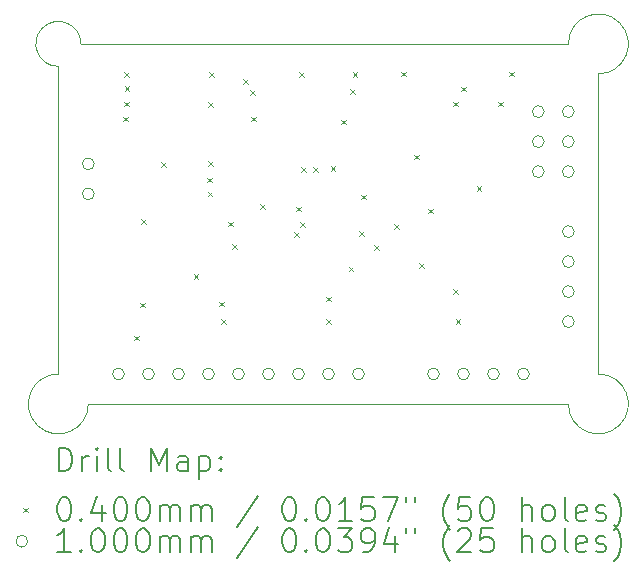
<source format=gbr>
%TF.GenerationSoftware,KiCad,Pcbnew,7.0.10*%
%TF.CreationDate,2024-01-19T03:53:44-05:00*%
%TF.ProjectId,Dattalogger_Board,44617474-616c-46f6-9767-65725f426f61,1*%
%TF.SameCoordinates,Original*%
%TF.FileFunction,Drillmap*%
%TF.FilePolarity,Positive*%
%FSLAX45Y45*%
G04 Gerber Fmt 4.5, Leading zero omitted, Abs format (unit mm)*
G04 Created by KiCad (PCBNEW 7.0.10) date 2024-01-19 03:53:44*
%MOMM*%
%LPD*%
G01*
G04 APERTURE LIST*
%ADD10C,0.100000*%
%ADD11C,0.200000*%
G04 APERTURE END LIST*
D10*
X12954000Y-9144000D02*
X12954000Y-6540500D01*
X13208000Y-9398000D02*
X17272000Y-9398000D01*
X17526000Y-9144000D02*
X17526000Y-6604000D01*
X13144500Y-6350000D02*
X17272000Y-6350000D01*
X17272000Y-9398000D02*
G75*
G03*
X17526000Y-9144000I254000J0D01*
G01*
X12954000Y-9144000D02*
G75*
G03*
X13208000Y-9398000I0J-254000D01*
G01*
X13144500Y-6350000D02*
G75*
G03*
X12954000Y-6540500I-190500J0D01*
G01*
X17526000Y-6604000D02*
G75*
G03*
X17272000Y-6350000I0J254000D01*
G01*
D11*
D10*
X13505500Y-6965000D02*
X13545500Y-7005000D01*
X13545500Y-6965000D02*
X13505500Y-7005000D01*
X13508575Y-6839421D02*
X13548575Y-6879421D01*
X13548575Y-6839421D02*
X13508575Y-6879421D01*
X13509609Y-6591314D02*
X13549609Y-6631314D01*
X13549609Y-6591314D02*
X13509609Y-6631314D01*
X13514554Y-6707054D02*
X13554554Y-6747054D01*
X13554554Y-6707054D02*
X13514554Y-6747054D01*
X13598675Y-8819256D02*
X13638675Y-8859256D01*
X13638675Y-8819256D02*
X13598675Y-8859256D01*
X13645080Y-8539446D02*
X13685080Y-8579446D01*
X13685080Y-8539446D02*
X13645080Y-8579446D01*
X13653500Y-7833000D02*
X13693500Y-7873000D01*
X13693500Y-7833000D02*
X13653500Y-7873000D01*
X13823973Y-7353770D02*
X13863973Y-7393770D01*
X13863973Y-7353770D02*
X13823973Y-7393770D01*
X14099149Y-8301257D02*
X14139149Y-8341257D01*
X14139149Y-8301257D02*
X14099149Y-8341257D01*
X14216405Y-7481270D02*
X14256405Y-7521270D01*
X14256405Y-7481270D02*
X14216405Y-7521270D01*
X14217000Y-7600568D02*
X14257000Y-7640568D01*
X14257000Y-7600568D02*
X14217000Y-7640568D01*
X14221729Y-6841050D02*
X14261729Y-6881050D01*
X14261729Y-6841050D02*
X14221729Y-6881050D01*
X14225244Y-7344811D02*
X14265244Y-7384811D01*
X14265244Y-7344811D02*
X14225244Y-7384811D01*
X14229819Y-6588342D02*
X14269819Y-6628342D01*
X14269819Y-6588342D02*
X14229819Y-6628342D01*
X14314000Y-8532743D02*
X14354000Y-8572743D01*
X14354000Y-8532743D02*
X14314000Y-8572743D01*
X14331000Y-8679500D02*
X14371000Y-8719500D01*
X14371000Y-8679500D02*
X14331000Y-8719500D01*
X14394500Y-7854000D02*
X14434500Y-7894000D01*
X14434500Y-7854000D02*
X14394500Y-7894000D01*
X14426857Y-8045663D02*
X14466857Y-8085663D01*
X14466857Y-8045663D02*
X14426857Y-8085663D01*
X14520078Y-6647500D02*
X14560078Y-6687500D01*
X14560078Y-6647500D02*
X14520078Y-6687500D01*
X14578392Y-6739351D02*
X14618392Y-6779351D01*
X14618392Y-6739351D02*
X14578392Y-6779351D01*
X14585000Y-6965000D02*
X14625000Y-7005000D01*
X14625000Y-6965000D02*
X14585000Y-7005000D01*
X14663676Y-7705581D02*
X14703676Y-7745581D01*
X14703676Y-7705581D02*
X14663676Y-7745581D01*
X14951527Y-7942905D02*
X14991527Y-7982905D01*
X14991527Y-7942905D02*
X14951527Y-7982905D01*
X14966000Y-7727000D02*
X15006000Y-7767000D01*
X15006000Y-7727000D02*
X14966000Y-7767000D01*
X14994946Y-6586851D02*
X15034946Y-6626851D01*
X15034946Y-6586851D02*
X14994946Y-6626851D01*
X15001619Y-7856356D02*
X15041619Y-7896356D01*
X15041619Y-7856356D02*
X15001619Y-7896356D01*
X15012365Y-7390392D02*
X15052365Y-7430392D01*
X15052365Y-7390392D02*
X15012365Y-7430392D01*
X15112356Y-7391781D02*
X15152356Y-7431781D01*
X15152356Y-7391781D02*
X15112356Y-7431781D01*
X15220000Y-8489000D02*
X15260000Y-8529000D01*
X15260000Y-8489000D02*
X15220000Y-8529000D01*
X15220000Y-8679500D02*
X15260000Y-8719500D01*
X15260000Y-8679500D02*
X15220000Y-8719500D01*
X15259284Y-7382716D02*
X15299284Y-7422716D01*
X15299284Y-7382716D02*
X15259284Y-7422716D01*
X15347000Y-6990844D02*
X15387000Y-7030844D01*
X15387000Y-6990844D02*
X15347000Y-7030844D01*
X15412567Y-8236473D02*
X15452567Y-8276473D01*
X15452567Y-8236473D02*
X15412567Y-8276473D01*
X15427040Y-6735121D02*
X15467040Y-6775121D01*
X15467040Y-6735121D02*
X15427040Y-6775121D01*
X15445648Y-6590048D02*
X15485648Y-6630048D01*
X15485648Y-6590048D02*
X15445648Y-6630048D01*
X15498121Y-7937392D02*
X15538121Y-7977392D01*
X15538121Y-7937392D02*
X15498121Y-7977392D01*
X15517040Y-7627068D02*
X15557040Y-7667068D01*
X15557040Y-7627068D02*
X15517040Y-7667068D01*
X15630308Y-8052718D02*
X15670308Y-8092718D01*
X15670308Y-8052718D02*
X15630308Y-8092718D01*
X15796074Y-7874960D02*
X15836074Y-7914960D01*
X15836074Y-7874960D02*
X15796074Y-7914960D01*
X15855000Y-6584000D02*
X15895000Y-6624000D01*
X15895000Y-6584000D02*
X15855000Y-6624000D01*
X15966743Y-7286730D02*
X16006743Y-7326730D01*
X16006743Y-7286730D02*
X15966743Y-7326730D01*
X16007689Y-8206933D02*
X16047689Y-8246933D01*
X16047689Y-8206933D02*
X16007689Y-8246933D01*
X16083730Y-7744459D02*
X16123730Y-7784459D01*
X16123730Y-7744459D02*
X16083730Y-7784459D01*
X16299500Y-6838000D02*
X16339500Y-6878000D01*
X16339500Y-6838000D02*
X16299500Y-6878000D01*
X16299500Y-8425500D02*
X16339500Y-8465500D01*
X16339500Y-8425500D02*
X16299500Y-8465500D01*
X16318720Y-8680508D02*
X16358720Y-8720508D01*
X16358720Y-8680508D02*
X16318720Y-8720508D01*
X16363000Y-6711000D02*
X16403000Y-6751000D01*
X16403000Y-6711000D02*
X16363000Y-6751000D01*
X16496668Y-7556271D02*
X16536668Y-7596271D01*
X16536668Y-7556271D02*
X16496668Y-7596271D01*
X16680500Y-6838000D02*
X16720500Y-6878000D01*
X16720500Y-6838000D02*
X16680500Y-6878000D01*
X16769844Y-6584879D02*
X16809845Y-6624879D01*
X16809845Y-6584879D02*
X16769844Y-6624879D01*
X13258000Y-7365500D02*
G75*
G03*
X13158000Y-7365500I-50000J0D01*
G01*
X13158000Y-7365500D02*
G75*
G03*
X13258000Y-7365500I50000J0D01*
G01*
X13258000Y-7619500D02*
G75*
G03*
X13158000Y-7619500I-50000J0D01*
G01*
X13158000Y-7619500D02*
G75*
G03*
X13258000Y-7619500I50000J0D01*
G01*
X13513000Y-9144000D02*
G75*
G03*
X13413000Y-9144000I-50000J0D01*
G01*
X13413000Y-9144000D02*
G75*
G03*
X13513000Y-9144000I50000J0D01*
G01*
X13767000Y-9144000D02*
G75*
G03*
X13667000Y-9144000I-50000J0D01*
G01*
X13667000Y-9144000D02*
G75*
G03*
X13767000Y-9144000I50000J0D01*
G01*
X14021000Y-9144000D02*
G75*
G03*
X13921000Y-9144000I-50000J0D01*
G01*
X13921000Y-9144000D02*
G75*
G03*
X14021000Y-9144000I50000J0D01*
G01*
X14275000Y-9144000D02*
G75*
G03*
X14175000Y-9144000I-50000J0D01*
G01*
X14175000Y-9144000D02*
G75*
G03*
X14275000Y-9144000I50000J0D01*
G01*
X14529000Y-9144000D02*
G75*
G03*
X14429000Y-9144000I-50000J0D01*
G01*
X14429000Y-9144000D02*
G75*
G03*
X14529000Y-9144000I50000J0D01*
G01*
X14783000Y-9144000D02*
G75*
G03*
X14683000Y-9144000I-50000J0D01*
G01*
X14683000Y-9144000D02*
G75*
G03*
X14783000Y-9144000I50000J0D01*
G01*
X15037000Y-9144000D02*
G75*
G03*
X14937000Y-9144000I-50000J0D01*
G01*
X14937000Y-9144000D02*
G75*
G03*
X15037000Y-9144000I50000J0D01*
G01*
X15291000Y-9144000D02*
G75*
G03*
X15191000Y-9144000I-50000J0D01*
G01*
X15191000Y-9144000D02*
G75*
G03*
X15291000Y-9144000I50000J0D01*
G01*
X15545000Y-9144000D02*
G75*
G03*
X15445000Y-9144000I-50000J0D01*
G01*
X15445000Y-9144000D02*
G75*
G03*
X15545000Y-9144000I50000J0D01*
G01*
X16180000Y-9144000D02*
G75*
G03*
X16080000Y-9144000I-50000J0D01*
G01*
X16080000Y-9144000D02*
G75*
G03*
X16180000Y-9144000I50000J0D01*
G01*
X16434000Y-9144000D02*
G75*
G03*
X16334000Y-9144000I-50000J0D01*
G01*
X16334000Y-9144000D02*
G75*
G03*
X16434000Y-9144000I50000J0D01*
G01*
X16688000Y-9144000D02*
G75*
G03*
X16588000Y-9144000I-50000J0D01*
G01*
X16588000Y-9144000D02*
G75*
G03*
X16688000Y-9144000I50000J0D01*
G01*
X16942000Y-9144000D02*
G75*
G03*
X16842000Y-9144000I-50000J0D01*
G01*
X16842000Y-9144000D02*
G75*
G03*
X16942000Y-9144000I50000J0D01*
G01*
X17067500Y-6923000D02*
G75*
G03*
X16967500Y-6923000I-50000J0D01*
G01*
X16967500Y-6923000D02*
G75*
G03*
X17067500Y-6923000I50000J0D01*
G01*
X17067500Y-7177000D02*
G75*
G03*
X16967500Y-7177000I-50000J0D01*
G01*
X16967500Y-7177000D02*
G75*
G03*
X17067500Y-7177000I50000J0D01*
G01*
X17067500Y-7431000D02*
G75*
G03*
X16967500Y-7431000I-50000J0D01*
G01*
X16967500Y-7431000D02*
G75*
G03*
X17067500Y-7431000I50000J0D01*
G01*
X17321500Y-6923000D02*
G75*
G03*
X17221500Y-6923000I-50000J0D01*
G01*
X17221500Y-6923000D02*
G75*
G03*
X17321500Y-6923000I50000J0D01*
G01*
X17321500Y-7177000D02*
G75*
G03*
X17221500Y-7177000I-50000J0D01*
G01*
X17221500Y-7177000D02*
G75*
G03*
X17321500Y-7177000I50000J0D01*
G01*
X17321500Y-7431000D02*
G75*
G03*
X17221500Y-7431000I-50000J0D01*
G01*
X17221500Y-7431000D02*
G75*
G03*
X17321500Y-7431000I50000J0D01*
G01*
X17322000Y-7938500D02*
G75*
G03*
X17222000Y-7938500I-50000J0D01*
G01*
X17222000Y-7938500D02*
G75*
G03*
X17322000Y-7938500I50000J0D01*
G01*
X17322000Y-8192500D02*
G75*
G03*
X17222000Y-8192500I-50000J0D01*
G01*
X17222000Y-8192500D02*
G75*
G03*
X17322000Y-8192500I50000J0D01*
G01*
X17322000Y-8446500D02*
G75*
G03*
X17222000Y-8446500I-50000J0D01*
G01*
X17222000Y-8446500D02*
G75*
G03*
X17322000Y-8446500I50000J0D01*
G01*
X17322000Y-8700500D02*
G75*
G03*
X17222000Y-8700500I-50000J0D01*
G01*
X17222000Y-8700500D02*
G75*
G03*
X17322000Y-8700500I50000J0D01*
G01*
D11*
X12955777Y-9968484D02*
X12955777Y-9768484D01*
X12955777Y-9768484D02*
X13003396Y-9768484D01*
X13003396Y-9768484D02*
X13031967Y-9778008D01*
X13031967Y-9778008D02*
X13051015Y-9797055D01*
X13051015Y-9797055D02*
X13060539Y-9816103D01*
X13060539Y-9816103D02*
X13070062Y-9854198D01*
X13070062Y-9854198D02*
X13070062Y-9882770D01*
X13070062Y-9882770D02*
X13060539Y-9920865D01*
X13060539Y-9920865D02*
X13051015Y-9939912D01*
X13051015Y-9939912D02*
X13031967Y-9958960D01*
X13031967Y-9958960D02*
X13003396Y-9968484D01*
X13003396Y-9968484D02*
X12955777Y-9968484D01*
X13155777Y-9968484D02*
X13155777Y-9835150D01*
X13155777Y-9873246D02*
X13165301Y-9854198D01*
X13165301Y-9854198D02*
X13174824Y-9844674D01*
X13174824Y-9844674D02*
X13193872Y-9835150D01*
X13193872Y-9835150D02*
X13212920Y-9835150D01*
X13279586Y-9968484D02*
X13279586Y-9835150D01*
X13279586Y-9768484D02*
X13270062Y-9778008D01*
X13270062Y-9778008D02*
X13279586Y-9787531D01*
X13279586Y-9787531D02*
X13289110Y-9778008D01*
X13289110Y-9778008D02*
X13279586Y-9768484D01*
X13279586Y-9768484D02*
X13279586Y-9787531D01*
X13403396Y-9968484D02*
X13384348Y-9958960D01*
X13384348Y-9958960D02*
X13374824Y-9939912D01*
X13374824Y-9939912D02*
X13374824Y-9768484D01*
X13508158Y-9968484D02*
X13489110Y-9958960D01*
X13489110Y-9958960D02*
X13479586Y-9939912D01*
X13479586Y-9939912D02*
X13479586Y-9768484D01*
X13736729Y-9968484D02*
X13736729Y-9768484D01*
X13736729Y-9768484D02*
X13803396Y-9911341D01*
X13803396Y-9911341D02*
X13870062Y-9768484D01*
X13870062Y-9768484D02*
X13870062Y-9968484D01*
X14051015Y-9968484D02*
X14051015Y-9863722D01*
X14051015Y-9863722D02*
X14041491Y-9844674D01*
X14041491Y-9844674D02*
X14022443Y-9835150D01*
X14022443Y-9835150D02*
X13984348Y-9835150D01*
X13984348Y-9835150D02*
X13965301Y-9844674D01*
X14051015Y-9958960D02*
X14031967Y-9968484D01*
X14031967Y-9968484D02*
X13984348Y-9968484D01*
X13984348Y-9968484D02*
X13965301Y-9958960D01*
X13965301Y-9958960D02*
X13955777Y-9939912D01*
X13955777Y-9939912D02*
X13955777Y-9920865D01*
X13955777Y-9920865D02*
X13965301Y-9901817D01*
X13965301Y-9901817D02*
X13984348Y-9892293D01*
X13984348Y-9892293D02*
X14031967Y-9892293D01*
X14031967Y-9892293D02*
X14051015Y-9882770D01*
X14146253Y-9835150D02*
X14146253Y-10035150D01*
X14146253Y-9844674D02*
X14165301Y-9835150D01*
X14165301Y-9835150D02*
X14203396Y-9835150D01*
X14203396Y-9835150D02*
X14222443Y-9844674D01*
X14222443Y-9844674D02*
X14231967Y-9854198D01*
X14231967Y-9854198D02*
X14241491Y-9873246D01*
X14241491Y-9873246D02*
X14241491Y-9930389D01*
X14241491Y-9930389D02*
X14231967Y-9949436D01*
X14231967Y-9949436D02*
X14222443Y-9958960D01*
X14222443Y-9958960D02*
X14203396Y-9968484D01*
X14203396Y-9968484D02*
X14165301Y-9968484D01*
X14165301Y-9968484D02*
X14146253Y-9958960D01*
X14327205Y-9949436D02*
X14336729Y-9958960D01*
X14336729Y-9958960D02*
X14327205Y-9968484D01*
X14327205Y-9968484D02*
X14317682Y-9958960D01*
X14317682Y-9958960D02*
X14327205Y-9949436D01*
X14327205Y-9949436D02*
X14327205Y-9968484D01*
X14327205Y-9844674D02*
X14336729Y-9854198D01*
X14336729Y-9854198D02*
X14327205Y-9863722D01*
X14327205Y-9863722D02*
X14317682Y-9854198D01*
X14317682Y-9854198D02*
X14327205Y-9844674D01*
X14327205Y-9844674D02*
X14327205Y-9863722D01*
D10*
X12655000Y-10277000D02*
X12695000Y-10317000D01*
X12695000Y-10277000D02*
X12655000Y-10317000D01*
D11*
X12993872Y-10188484D02*
X13012920Y-10188484D01*
X13012920Y-10188484D02*
X13031967Y-10198008D01*
X13031967Y-10198008D02*
X13041491Y-10207531D01*
X13041491Y-10207531D02*
X13051015Y-10226579D01*
X13051015Y-10226579D02*
X13060539Y-10264674D01*
X13060539Y-10264674D02*
X13060539Y-10312293D01*
X13060539Y-10312293D02*
X13051015Y-10350389D01*
X13051015Y-10350389D02*
X13041491Y-10369436D01*
X13041491Y-10369436D02*
X13031967Y-10378960D01*
X13031967Y-10378960D02*
X13012920Y-10388484D01*
X13012920Y-10388484D02*
X12993872Y-10388484D01*
X12993872Y-10388484D02*
X12974824Y-10378960D01*
X12974824Y-10378960D02*
X12965301Y-10369436D01*
X12965301Y-10369436D02*
X12955777Y-10350389D01*
X12955777Y-10350389D02*
X12946253Y-10312293D01*
X12946253Y-10312293D02*
X12946253Y-10264674D01*
X12946253Y-10264674D02*
X12955777Y-10226579D01*
X12955777Y-10226579D02*
X12965301Y-10207531D01*
X12965301Y-10207531D02*
X12974824Y-10198008D01*
X12974824Y-10198008D02*
X12993872Y-10188484D01*
X13146253Y-10369436D02*
X13155777Y-10378960D01*
X13155777Y-10378960D02*
X13146253Y-10388484D01*
X13146253Y-10388484D02*
X13136729Y-10378960D01*
X13136729Y-10378960D02*
X13146253Y-10369436D01*
X13146253Y-10369436D02*
X13146253Y-10388484D01*
X13327205Y-10255150D02*
X13327205Y-10388484D01*
X13279586Y-10178960D02*
X13231967Y-10321817D01*
X13231967Y-10321817D02*
X13355777Y-10321817D01*
X13470062Y-10188484D02*
X13489110Y-10188484D01*
X13489110Y-10188484D02*
X13508158Y-10198008D01*
X13508158Y-10198008D02*
X13517682Y-10207531D01*
X13517682Y-10207531D02*
X13527205Y-10226579D01*
X13527205Y-10226579D02*
X13536729Y-10264674D01*
X13536729Y-10264674D02*
X13536729Y-10312293D01*
X13536729Y-10312293D02*
X13527205Y-10350389D01*
X13527205Y-10350389D02*
X13517682Y-10369436D01*
X13517682Y-10369436D02*
X13508158Y-10378960D01*
X13508158Y-10378960D02*
X13489110Y-10388484D01*
X13489110Y-10388484D02*
X13470062Y-10388484D01*
X13470062Y-10388484D02*
X13451015Y-10378960D01*
X13451015Y-10378960D02*
X13441491Y-10369436D01*
X13441491Y-10369436D02*
X13431967Y-10350389D01*
X13431967Y-10350389D02*
X13422443Y-10312293D01*
X13422443Y-10312293D02*
X13422443Y-10264674D01*
X13422443Y-10264674D02*
X13431967Y-10226579D01*
X13431967Y-10226579D02*
X13441491Y-10207531D01*
X13441491Y-10207531D02*
X13451015Y-10198008D01*
X13451015Y-10198008D02*
X13470062Y-10188484D01*
X13660539Y-10188484D02*
X13679586Y-10188484D01*
X13679586Y-10188484D02*
X13698634Y-10198008D01*
X13698634Y-10198008D02*
X13708158Y-10207531D01*
X13708158Y-10207531D02*
X13717682Y-10226579D01*
X13717682Y-10226579D02*
X13727205Y-10264674D01*
X13727205Y-10264674D02*
X13727205Y-10312293D01*
X13727205Y-10312293D02*
X13717682Y-10350389D01*
X13717682Y-10350389D02*
X13708158Y-10369436D01*
X13708158Y-10369436D02*
X13698634Y-10378960D01*
X13698634Y-10378960D02*
X13679586Y-10388484D01*
X13679586Y-10388484D02*
X13660539Y-10388484D01*
X13660539Y-10388484D02*
X13641491Y-10378960D01*
X13641491Y-10378960D02*
X13631967Y-10369436D01*
X13631967Y-10369436D02*
X13622443Y-10350389D01*
X13622443Y-10350389D02*
X13612920Y-10312293D01*
X13612920Y-10312293D02*
X13612920Y-10264674D01*
X13612920Y-10264674D02*
X13622443Y-10226579D01*
X13622443Y-10226579D02*
X13631967Y-10207531D01*
X13631967Y-10207531D02*
X13641491Y-10198008D01*
X13641491Y-10198008D02*
X13660539Y-10188484D01*
X13812920Y-10388484D02*
X13812920Y-10255150D01*
X13812920Y-10274198D02*
X13822443Y-10264674D01*
X13822443Y-10264674D02*
X13841491Y-10255150D01*
X13841491Y-10255150D02*
X13870063Y-10255150D01*
X13870063Y-10255150D02*
X13889110Y-10264674D01*
X13889110Y-10264674D02*
X13898634Y-10283722D01*
X13898634Y-10283722D02*
X13898634Y-10388484D01*
X13898634Y-10283722D02*
X13908158Y-10264674D01*
X13908158Y-10264674D02*
X13927205Y-10255150D01*
X13927205Y-10255150D02*
X13955777Y-10255150D01*
X13955777Y-10255150D02*
X13974824Y-10264674D01*
X13974824Y-10264674D02*
X13984348Y-10283722D01*
X13984348Y-10283722D02*
X13984348Y-10388484D01*
X14079586Y-10388484D02*
X14079586Y-10255150D01*
X14079586Y-10274198D02*
X14089110Y-10264674D01*
X14089110Y-10264674D02*
X14108158Y-10255150D01*
X14108158Y-10255150D02*
X14136729Y-10255150D01*
X14136729Y-10255150D02*
X14155777Y-10264674D01*
X14155777Y-10264674D02*
X14165301Y-10283722D01*
X14165301Y-10283722D02*
X14165301Y-10388484D01*
X14165301Y-10283722D02*
X14174824Y-10264674D01*
X14174824Y-10264674D02*
X14193872Y-10255150D01*
X14193872Y-10255150D02*
X14222443Y-10255150D01*
X14222443Y-10255150D02*
X14241491Y-10264674D01*
X14241491Y-10264674D02*
X14251015Y-10283722D01*
X14251015Y-10283722D02*
X14251015Y-10388484D01*
X14641491Y-10178960D02*
X14470063Y-10436103D01*
X14898634Y-10188484D02*
X14917682Y-10188484D01*
X14917682Y-10188484D02*
X14936729Y-10198008D01*
X14936729Y-10198008D02*
X14946253Y-10207531D01*
X14946253Y-10207531D02*
X14955777Y-10226579D01*
X14955777Y-10226579D02*
X14965301Y-10264674D01*
X14965301Y-10264674D02*
X14965301Y-10312293D01*
X14965301Y-10312293D02*
X14955777Y-10350389D01*
X14955777Y-10350389D02*
X14946253Y-10369436D01*
X14946253Y-10369436D02*
X14936729Y-10378960D01*
X14936729Y-10378960D02*
X14917682Y-10388484D01*
X14917682Y-10388484D02*
X14898634Y-10388484D01*
X14898634Y-10388484D02*
X14879586Y-10378960D01*
X14879586Y-10378960D02*
X14870063Y-10369436D01*
X14870063Y-10369436D02*
X14860539Y-10350389D01*
X14860539Y-10350389D02*
X14851015Y-10312293D01*
X14851015Y-10312293D02*
X14851015Y-10264674D01*
X14851015Y-10264674D02*
X14860539Y-10226579D01*
X14860539Y-10226579D02*
X14870063Y-10207531D01*
X14870063Y-10207531D02*
X14879586Y-10198008D01*
X14879586Y-10198008D02*
X14898634Y-10188484D01*
X15051015Y-10369436D02*
X15060539Y-10378960D01*
X15060539Y-10378960D02*
X15051015Y-10388484D01*
X15051015Y-10388484D02*
X15041491Y-10378960D01*
X15041491Y-10378960D02*
X15051015Y-10369436D01*
X15051015Y-10369436D02*
X15051015Y-10388484D01*
X15184348Y-10188484D02*
X15203396Y-10188484D01*
X15203396Y-10188484D02*
X15222444Y-10198008D01*
X15222444Y-10198008D02*
X15231967Y-10207531D01*
X15231967Y-10207531D02*
X15241491Y-10226579D01*
X15241491Y-10226579D02*
X15251015Y-10264674D01*
X15251015Y-10264674D02*
X15251015Y-10312293D01*
X15251015Y-10312293D02*
X15241491Y-10350389D01*
X15241491Y-10350389D02*
X15231967Y-10369436D01*
X15231967Y-10369436D02*
X15222444Y-10378960D01*
X15222444Y-10378960D02*
X15203396Y-10388484D01*
X15203396Y-10388484D02*
X15184348Y-10388484D01*
X15184348Y-10388484D02*
X15165301Y-10378960D01*
X15165301Y-10378960D02*
X15155777Y-10369436D01*
X15155777Y-10369436D02*
X15146253Y-10350389D01*
X15146253Y-10350389D02*
X15136729Y-10312293D01*
X15136729Y-10312293D02*
X15136729Y-10264674D01*
X15136729Y-10264674D02*
X15146253Y-10226579D01*
X15146253Y-10226579D02*
X15155777Y-10207531D01*
X15155777Y-10207531D02*
X15165301Y-10198008D01*
X15165301Y-10198008D02*
X15184348Y-10188484D01*
X15441491Y-10388484D02*
X15327206Y-10388484D01*
X15384348Y-10388484D02*
X15384348Y-10188484D01*
X15384348Y-10188484D02*
X15365301Y-10217055D01*
X15365301Y-10217055D02*
X15346253Y-10236103D01*
X15346253Y-10236103D02*
X15327206Y-10245627D01*
X15622444Y-10188484D02*
X15527206Y-10188484D01*
X15527206Y-10188484D02*
X15517682Y-10283722D01*
X15517682Y-10283722D02*
X15527206Y-10274198D01*
X15527206Y-10274198D02*
X15546253Y-10264674D01*
X15546253Y-10264674D02*
X15593872Y-10264674D01*
X15593872Y-10264674D02*
X15612920Y-10274198D01*
X15612920Y-10274198D02*
X15622444Y-10283722D01*
X15622444Y-10283722D02*
X15631967Y-10302770D01*
X15631967Y-10302770D02*
X15631967Y-10350389D01*
X15631967Y-10350389D02*
X15622444Y-10369436D01*
X15622444Y-10369436D02*
X15612920Y-10378960D01*
X15612920Y-10378960D02*
X15593872Y-10388484D01*
X15593872Y-10388484D02*
X15546253Y-10388484D01*
X15546253Y-10388484D02*
X15527206Y-10378960D01*
X15527206Y-10378960D02*
X15517682Y-10369436D01*
X15698634Y-10188484D02*
X15831967Y-10188484D01*
X15831967Y-10188484D02*
X15746253Y-10388484D01*
X15898634Y-10188484D02*
X15898634Y-10226579D01*
X15974825Y-10188484D02*
X15974825Y-10226579D01*
X16270063Y-10464674D02*
X16260539Y-10455150D01*
X16260539Y-10455150D02*
X16241491Y-10426579D01*
X16241491Y-10426579D02*
X16231968Y-10407531D01*
X16231968Y-10407531D02*
X16222444Y-10378960D01*
X16222444Y-10378960D02*
X16212920Y-10331341D01*
X16212920Y-10331341D02*
X16212920Y-10293246D01*
X16212920Y-10293246D02*
X16222444Y-10245627D01*
X16222444Y-10245627D02*
X16231968Y-10217055D01*
X16231968Y-10217055D02*
X16241491Y-10198008D01*
X16241491Y-10198008D02*
X16260539Y-10169436D01*
X16260539Y-10169436D02*
X16270063Y-10159912D01*
X16441491Y-10188484D02*
X16346253Y-10188484D01*
X16346253Y-10188484D02*
X16336729Y-10283722D01*
X16336729Y-10283722D02*
X16346253Y-10274198D01*
X16346253Y-10274198D02*
X16365301Y-10264674D01*
X16365301Y-10264674D02*
X16412920Y-10264674D01*
X16412920Y-10264674D02*
X16431968Y-10274198D01*
X16431968Y-10274198D02*
X16441491Y-10283722D01*
X16441491Y-10283722D02*
X16451015Y-10302770D01*
X16451015Y-10302770D02*
X16451015Y-10350389D01*
X16451015Y-10350389D02*
X16441491Y-10369436D01*
X16441491Y-10369436D02*
X16431968Y-10378960D01*
X16431968Y-10378960D02*
X16412920Y-10388484D01*
X16412920Y-10388484D02*
X16365301Y-10388484D01*
X16365301Y-10388484D02*
X16346253Y-10378960D01*
X16346253Y-10378960D02*
X16336729Y-10369436D01*
X16574825Y-10188484D02*
X16593872Y-10188484D01*
X16593872Y-10188484D02*
X16612920Y-10198008D01*
X16612920Y-10198008D02*
X16622444Y-10207531D01*
X16622444Y-10207531D02*
X16631968Y-10226579D01*
X16631968Y-10226579D02*
X16641491Y-10264674D01*
X16641491Y-10264674D02*
X16641491Y-10312293D01*
X16641491Y-10312293D02*
X16631968Y-10350389D01*
X16631968Y-10350389D02*
X16622444Y-10369436D01*
X16622444Y-10369436D02*
X16612920Y-10378960D01*
X16612920Y-10378960D02*
X16593872Y-10388484D01*
X16593872Y-10388484D02*
X16574825Y-10388484D01*
X16574825Y-10388484D02*
X16555777Y-10378960D01*
X16555777Y-10378960D02*
X16546253Y-10369436D01*
X16546253Y-10369436D02*
X16536729Y-10350389D01*
X16536729Y-10350389D02*
X16527206Y-10312293D01*
X16527206Y-10312293D02*
X16527206Y-10264674D01*
X16527206Y-10264674D02*
X16536729Y-10226579D01*
X16536729Y-10226579D02*
X16546253Y-10207531D01*
X16546253Y-10207531D02*
X16555777Y-10198008D01*
X16555777Y-10198008D02*
X16574825Y-10188484D01*
X16879587Y-10388484D02*
X16879587Y-10188484D01*
X16965301Y-10388484D02*
X16965301Y-10283722D01*
X16965301Y-10283722D02*
X16955777Y-10264674D01*
X16955777Y-10264674D02*
X16936730Y-10255150D01*
X16936730Y-10255150D02*
X16908158Y-10255150D01*
X16908158Y-10255150D02*
X16889111Y-10264674D01*
X16889111Y-10264674D02*
X16879587Y-10274198D01*
X17089111Y-10388484D02*
X17070063Y-10378960D01*
X17070063Y-10378960D02*
X17060539Y-10369436D01*
X17060539Y-10369436D02*
X17051015Y-10350389D01*
X17051015Y-10350389D02*
X17051015Y-10293246D01*
X17051015Y-10293246D02*
X17060539Y-10274198D01*
X17060539Y-10274198D02*
X17070063Y-10264674D01*
X17070063Y-10264674D02*
X17089111Y-10255150D01*
X17089111Y-10255150D02*
X17117682Y-10255150D01*
X17117682Y-10255150D02*
X17136730Y-10264674D01*
X17136730Y-10264674D02*
X17146253Y-10274198D01*
X17146253Y-10274198D02*
X17155777Y-10293246D01*
X17155777Y-10293246D02*
X17155777Y-10350389D01*
X17155777Y-10350389D02*
X17146253Y-10369436D01*
X17146253Y-10369436D02*
X17136730Y-10378960D01*
X17136730Y-10378960D02*
X17117682Y-10388484D01*
X17117682Y-10388484D02*
X17089111Y-10388484D01*
X17270063Y-10388484D02*
X17251015Y-10378960D01*
X17251015Y-10378960D02*
X17241492Y-10359912D01*
X17241492Y-10359912D02*
X17241492Y-10188484D01*
X17422444Y-10378960D02*
X17403396Y-10388484D01*
X17403396Y-10388484D02*
X17365301Y-10388484D01*
X17365301Y-10388484D02*
X17346253Y-10378960D01*
X17346253Y-10378960D02*
X17336730Y-10359912D01*
X17336730Y-10359912D02*
X17336730Y-10283722D01*
X17336730Y-10283722D02*
X17346253Y-10264674D01*
X17346253Y-10264674D02*
X17365301Y-10255150D01*
X17365301Y-10255150D02*
X17403396Y-10255150D01*
X17403396Y-10255150D02*
X17422444Y-10264674D01*
X17422444Y-10264674D02*
X17431968Y-10283722D01*
X17431968Y-10283722D02*
X17431968Y-10302770D01*
X17431968Y-10302770D02*
X17336730Y-10321817D01*
X17508158Y-10378960D02*
X17527206Y-10388484D01*
X17527206Y-10388484D02*
X17565301Y-10388484D01*
X17565301Y-10388484D02*
X17584349Y-10378960D01*
X17584349Y-10378960D02*
X17593873Y-10359912D01*
X17593873Y-10359912D02*
X17593873Y-10350389D01*
X17593873Y-10350389D02*
X17584349Y-10331341D01*
X17584349Y-10331341D02*
X17565301Y-10321817D01*
X17565301Y-10321817D02*
X17536730Y-10321817D01*
X17536730Y-10321817D02*
X17517682Y-10312293D01*
X17517682Y-10312293D02*
X17508158Y-10293246D01*
X17508158Y-10293246D02*
X17508158Y-10283722D01*
X17508158Y-10283722D02*
X17517682Y-10264674D01*
X17517682Y-10264674D02*
X17536730Y-10255150D01*
X17536730Y-10255150D02*
X17565301Y-10255150D01*
X17565301Y-10255150D02*
X17584349Y-10264674D01*
X17660539Y-10464674D02*
X17670063Y-10455150D01*
X17670063Y-10455150D02*
X17689111Y-10426579D01*
X17689111Y-10426579D02*
X17698634Y-10407531D01*
X17698634Y-10407531D02*
X17708158Y-10378960D01*
X17708158Y-10378960D02*
X17717682Y-10331341D01*
X17717682Y-10331341D02*
X17717682Y-10293246D01*
X17717682Y-10293246D02*
X17708158Y-10245627D01*
X17708158Y-10245627D02*
X17698634Y-10217055D01*
X17698634Y-10217055D02*
X17689111Y-10198008D01*
X17689111Y-10198008D02*
X17670063Y-10169436D01*
X17670063Y-10169436D02*
X17660539Y-10159912D01*
D10*
X12695000Y-10561000D02*
G75*
G03*
X12595000Y-10561000I-50000J0D01*
G01*
X12595000Y-10561000D02*
G75*
G03*
X12695000Y-10561000I50000J0D01*
G01*
D11*
X13060539Y-10652484D02*
X12946253Y-10652484D01*
X13003396Y-10652484D02*
X13003396Y-10452484D01*
X13003396Y-10452484D02*
X12984348Y-10481055D01*
X12984348Y-10481055D02*
X12965301Y-10500103D01*
X12965301Y-10500103D02*
X12946253Y-10509627D01*
X13146253Y-10633436D02*
X13155777Y-10642960D01*
X13155777Y-10642960D02*
X13146253Y-10652484D01*
X13146253Y-10652484D02*
X13136729Y-10642960D01*
X13136729Y-10642960D02*
X13146253Y-10633436D01*
X13146253Y-10633436D02*
X13146253Y-10652484D01*
X13279586Y-10452484D02*
X13298634Y-10452484D01*
X13298634Y-10452484D02*
X13317682Y-10462008D01*
X13317682Y-10462008D02*
X13327205Y-10471531D01*
X13327205Y-10471531D02*
X13336729Y-10490579D01*
X13336729Y-10490579D02*
X13346253Y-10528674D01*
X13346253Y-10528674D02*
X13346253Y-10576293D01*
X13346253Y-10576293D02*
X13336729Y-10614389D01*
X13336729Y-10614389D02*
X13327205Y-10633436D01*
X13327205Y-10633436D02*
X13317682Y-10642960D01*
X13317682Y-10642960D02*
X13298634Y-10652484D01*
X13298634Y-10652484D02*
X13279586Y-10652484D01*
X13279586Y-10652484D02*
X13260539Y-10642960D01*
X13260539Y-10642960D02*
X13251015Y-10633436D01*
X13251015Y-10633436D02*
X13241491Y-10614389D01*
X13241491Y-10614389D02*
X13231967Y-10576293D01*
X13231967Y-10576293D02*
X13231967Y-10528674D01*
X13231967Y-10528674D02*
X13241491Y-10490579D01*
X13241491Y-10490579D02*
X13251015Y-10471531D01*
X13251015Y-10471531D02*
X13260539Y-10462008D01*
X13260539Y-10462008D02*
X13279586Y-10452484D01*
X13470062Y-10452484D02*
X13489110Y-10452484D01*
X13489110Y-10452484D02*
X13508158Y-10462008D01*
X13508158Y-10462008D02*
X13517682Y-10471531D01*
X13517682Y-10471531D02*
X13527205Y-10490579D01*
X13527205Y-10490579D02*
X13536729Y-10528674D01*
X13536729Y-10528674D02*
X13536729Y-10576293D01*
X13536729Y-10576293D02*
X13527205Y-10614389D01*
X13527205Y-10614389D02*
X13517682Y-10633436D01*
X13517682Y-10633436D02*
X13508158Y-10642960D01*
X13508158Y-10642960D02*
X13489110Y-10652484D01*
X13489110Y-10652484D02*
X13470062Y-10652484D01*
X13470062Y-10652484D02*
X13451015Y-10642960D01*
X13451015Y-10642960D02*
X13441491Y-10633436D01*
X13441491Y-10633436D02*
X13431967Y-10614389D01*
X13431967Y-10614389D02*
X13422443Y-10576293D01*
X13422443Y-10576293D02*
X13422443Y-10528674D01*
X13422443Y-10528674D02*
X13431967Y-10490579D01*
X13431967Y-10490579D02*
X13441491Y-10471531D01*
X13441491Y-10471531D02*
X13451015Y-10462008D01*
X13451015Y-10462008D02*
X13470062Y-10452484D01*
X13660539Y-10452484D02*
X13679586Y-10452484D01*
X13679586Y-10452484D02*
X13698634Y-10462008D01*
X13698634Y-10462008D02*
X13708158Y-10471531D01*
X13708158Y-10471531D02*
X13717682Y-10490579D01*
X13717682Y-10490579D02*
X13727205Y-10528674D01*
X13727205Y-10528674D02*
X13727205Y-10576293D01*
X13727205Y-10576293D02*
X13717682Y-10614389D01*
X13717682Y-10614389D02*
X13708158Y-10633436D01*
X13708158Y-10633436D02*
X13698634Y-10642960D01*
X13698634Y-10642960D02*
X13679586Y-10652484D01*
X13679586Y-10652484D02*
X13660539Y-10652484D01*
X13660539Y-10652484D02*
X13641491Y-10642960D01*
X13641491Y-10642960D02*
X13631967Y-10633436D01*
X13631967Y-10633436D02*
X13622443Y-10614389D01*
X13622443Y-10614389D02*
X13612920Y-10576293D01*
X13612920Y-10576293D02*
X13612920Y-10528674D01*
X13612920Y-10528674D02*
X13622443Y-10490579D01*
X13622443Y-10490579D02*
X13631967Y-10471531D01*
X13631967Y-10471531D02*
X13641491Y-10462008D01*
X13641491Y-10462008D02*
X13660539Y-10452484D01*
X13812920Y-10652484D02*
X13812920Y-10519150D01*
X13812920Y-10538198D02*
X13822443Y-10528674D01*
X13822443Y-10528674D02*
X13841491Y-10519150D01*
X13841491Y-10519150D02*
X13870063Y-10519150D01*
X13870063Y-10519150D02*
X13889110Y-10528674D01*
X13889110Y-10528674D02*
X13898634Y-10547722D01*
X13898634Y-10547722D02*
X13898634Y-10652484D01*
X13898634Y-10547722D02*
X13908158Y-10528674D01*
X13908158Y-10528674D02*
X13927205Y-10519150D01*
X13927205Y-10519150D02*
X13955777Y-10519150D01*
X13955777Y-10519150D02*
X13974824Y-10528674D01*
X13974824Y-10528674D02*
X13984348Y-10547722D01*
X13984348Y-10547722D02*
X13984348Y-10652484D01*
X14079586Y-10652484D02*
X14079586Y-10519150D01*
X14079586Y-10538198D02*
X14089110Y-10528674D01*
X14089110Y-10528674D02*
X14108158Y-10519150D01*
X14108158Y-10519150D02*
X14136729Y-10519150D01*
X14136729Y-10519150D02*
X14155777Y-10528674D01*
X14155777Y-10528674D02*
X14165301Y-10547722D01*
X14165301Y-10547722D02*
X14165301Y-10652484D01*
X14165301Y-10547722D02*
X14174824Y-10528674D01*
X14174824Y-10528674D02*
X14193872Y-10519150D01*
X14193872Y-10519150D02*
X14222443Y-10519150D01*
X14222443Y-10519150D02*
X14241491Y-10528674D01*
X14241491Y-10528674D02*
X14251015Y-10547722D01*
X14251015Y-10547722D02*
X14251015Y-10652484D01*
X14641491Y-10442960D02*
X14470063Y-10700103D01*
X14898634Y-10452484D02*
X14917682Y-10452484D01*
X14917682Y-10452484D02*
X14936729Y-10462008D01*
X14936729Y-10462008D02*
X14946253Y-10471531D01*
X14946253Y-10471531D02*
X14955777Y-10490579D01*
X14955777Y-10490579D02*
X14965301Y-10528674D01*
X14965301Y-10528674D02*
X14965301Y-10576293D01*
X14965301Y-10576293D02*
X14955777Y-10614389D01*
X14955777Y-10614389D02*
X14946253Y-10633436D01*
X14946253Y-10633436D02*
X14936729Y-10642960D01*
X14936729Y-10642960D02*
X14917682Y-10652484D01*
X14917682Y-10652484D02*
X14898634Y-10652484D01*
X14898634Y-10652484D02*
X14879586Y-10642960D01*
X14879586Y-10642960D02*
X14870063Y-10633436D01*
X14870063Y-10633436D02*
X14860539Y-10614389D01*
X14860539Y-10614389D02*
X14851015Y-10576293D01*
X14851015Y-10576293D02*
X14851015Y-10528674D01*
X14851015Y-10528674D02*
X14860539Y-10490579D01*
X14860539Y-10490579D02*
X14870063Y-10471531D01*
X14870063Y-10471531D02*
X14879586Y-10462008D01*
X14879586Y-10462008D02*
X14898634Y-10452484D01*
X15051015Y-10633436D02*
X15060539Y-10642960D01*
X15060539Y-10642960D02*
X15051015Y-10652484D01*
X15051015Y-10652484D02*
X15041491Y-10642960D01*
X15041491Y-10642960D02*
X15051015Y-10633436D01*
X15051015Y-10633436D02*
X15051015Y-10652484D01*
X15184348Y-10452484D02*
X15203396Y-10452484D01*
X15203396Y-10452484D02*
X15222444Y-10462008D01*
X15222444Y-10462008D02*
X15231967Y-10471531D01*
X15231967Y-10471531D02*
X15241491Y-10490579D01*
X15241491Y-10490579D02*
X15251015Y-10528674D01*
X15251015Y-10528674D02*
X15251015Y-10576293D01*
X15251015Y-10576293D02*
X15241491Y-10614389D01*
X15241491Y-10614389D02*
X15231967Y-10633436D01*
X15231967Y-10633436D02*
X15222444Y-10642960D01*
X15222444Y-10642960D02*
X15203396Y-10652484D01*
X15203396Y-10652484D02*
X15184348Y-10652484D01*
X15184348Y-10652484D02*
X15165301Y-10642960D01*
X15165301Y-10642960D02*
X15155777Y-10633436D01*
X15155777Y-10633436D02*
X15146253Y-10614389D01*
X15146253Y-10614389D02*
X15136729Y-10576293D01*
X15136729Y-10576293D02*
X15136729Y-10528674D01*
X15136729Y-10528674D02*
X15146253Y-10490579D01*
X15146253Y-10490579D02*
X15155777Y-10471531D01*
X15155777Y-10471531D02*
X15165301Y-10462008D01*
X15165301Y-10462008D02*
X15184348Y-10452484D01*
X15317682Y-10452484D02*
X15441491Y-10452484D01*
X15441491Y-10452484D02*
X15374825Y-10528674D01*
X15374825Y-10528674D02*
X15403396Y-10528674D01*
X15403396Y-10528674D02*
X15422444Y-10538198D01*
X15422444Y-10538198D02*
X15431967Y-10547722D01*
X15431967Y-10547722D02*
X15441491Y-10566770D01*
X15441491Y-10566770D02*
X15441491Y-10614389D01*
X15441491Y-10614389D02*
X15431967Y-10633436D01*
X15431967Y-10633436D02*
X15422444Y-10642960D01*
X15422444Y-10642960D02*
X15403396Y-10652484D01*
X15403396Y-10652484D02*
X15346253Y-10652484D01*
X15346253Y-10652484D02*
X15327206Y-10642960D01*
X15327206Y-10642960D02*
X15317682Y-10633436D01*
X15536729Y-10652484D02*
X15574825Y-10652484D01*
X15574825Y-10652484D02*
X15593872Y-10642960D01*
X15593872Y-10642960D02*
X15603396Y-10633436D01*
X15603396Y-10633436D02*
X15622444Y-10604865D01*
X15622444Y-10604865D02*
X15631967Y-10566770D01*
X15631967Y-10566770D02*
X15631967Y-10490579D01*
X15631967Y-10490579D02*
X15622444Y-10471531D01*
X15622444Y-10471531D02*
X15612920Y-10462008D01*
X15612920Y-10462008D02*
X15593872Y-10452484D01*
X15593872Y-10452484D02*
X15555777Y-10452484D01*
X15555777Y-10452484D02*
X15536729Y-10462008D01*
X15536729Y-10462008D02*
X15527206Y-10471531D01*
X15527206Y-10471531D02*
X15517682Y-10490579D01*
X15517682Y-10490579D02*
X15517682Y-10538198D01*
X15517682Y-10538198D02*
X15527206Y-10557246D01*
X15527206Y-10557246D02*
X15536729Y-10566770D01*
X15536729Y-10566770D02*
X15555777Y-10576293D01*
X15555777Y-10576293D02*
X15593872Y-10576293D01*
X15593872Y-10576293D02*
X15612920Y-10566770D01*
X15612920Y-10566770D02*
X15622444Y-10557246D01*
X15622444Y-10557246D02*
X15631967Y-10538198D01*
X15803396Y-10519150D02*
X15803396Y-10652484D01*
X15755777Y-10442960D02*
X15708158Y-10585817D01*
X15708158Y-10585817D02*
X15831967Y-10585817D01*
X15898634Y-10452484D02*
X15898634Y-10490579D01*
X15974825Y-10452484D02*
X15974825Y-10490579D01*
X16270063Y-10728674D02*
X16260539Y-10719150D01*
X16260539Y-10719150D02*
X16241491Y-10690579D01*
X16241491Y-10690579D02*
X16231968Y-10671531D01*
X16231968Y-10671531D02*
X16222444Y-10642960D01*
X16222444Y-10642960D02*
X16212920Y-10595341D01*
X16212920Y-10595341D02*
X16212920Y-10557246D01*
X16212920Y-10557246D02*
X16222444Y-10509627D01*
X16222444Y-10509627D02*
X16231968Y-10481055D01*
X16231968Y-10481055D02*
X16241491Y-10462008D01*
X16241491Y-10462008D02*
X16260539Y-10433436D01*
X16260539Y-10433436D02*
X16270063Y-10423912D01*
X16336729Y-10471531D02*
X16346253Y-10462008D01*
X16346253Y-10462008D02*
X16365301Y-10452484D01*
X16365301Y-10452484D02*
X16412920Y-10452484D01*
X16412920Y-10452484D02*
X16431968Y-10462008D01*
X16431968Y-10462008D02*
X16441491Y-10471531D01*
X16441491Y-10471531D02*
X16451015Y-10490579D01*
X16451015Y-10490579D02*
X16451015Y-10509627D01*
X16451015Y-10509627D02*
X16441491Y-10538198D01*
X16441491Y-10538198D02*
X16327206Y-10652484D01*
X16327206Y-10652484D02*
X16451015Y-10652484D01*
X16631968Y-10452484D02*
X16536729Y-10452484D01*
X16536729Y-10452484D02*
X16527206Y-10547722D01*
X16527206Y-10547722D02*
X16536729Y-10538198D01*
X16536729Y-10538198D02*
X16555777Y-10528674D01*
X16555777Y-10528674D02*
X16603396Y-10528674D01*
X16603396Y-10528674D02*
X16622444Y-10538198D01*
X16622444Y-10538198D02*
X16631968Y-10547722D01*
X16631968Y-10547722D02*
X16641491Y-10566770D01*
X16641491Y-10566770D02*
X16641491Y-10614389D01*
X16641491Y-10614389D02*
X16631968Y-10633436D01*
X16631968Y-10633436D02*
X16622444Y-10642960D01*
X16622444Y-10642960D02*
X16603396Y-10652484D01*
X16603396Y-10652484D02*
X16555777Y-10652484D01*
X16555777Y-10652484D02*
X16536729Y-10642960D01*
X16536729Y-10642960D02*
X16527206Y-10633436D01*
X16879587Y-10652484D02*
X16879587Y-10452484D01*
X16965301Y-10652484D02*
X16965301Y-10547722D01*
X16965301Y-10547722D02*
X16955777Y-10528674D01*
X16955777Y-10528674D02*
X16936730Y-10519150D01*
X16936730Y-10519150D02*
X16908158Y-10519150D01*
X16908158Y-10519150D02*
X16889111Y-10528674D01*
X16889111Y-10528674D02*
X16879587Y-10538198D01*
X17089111Y-10652484D02*
X17070063Y-10642960D01*
X17070063Y-10642960D02*
X17060539Y-10633436D01*
X17060539Y-10633436D02*
X17051015Y-10614389D01*
X17051015Y-10614389D02*
X17051015Y-10557246D01*
X17051015Y-10557246D02*
X17060539Y-10538198D01*
X17060539Y-10538198D02*
X17070063Y-10528674D01*
X17070063Y-10528674D02*
X17089111Y-10519150D01*
X17089111Y-10519150D02*
X17117682Y-10519150D01*
X17117682Y-10519150D02*
X17136730Y-10528674D01*
X17136730Y-10528674D02*
X17146253Y-10538198D01*
X17146253Y-10538198D02*
X17155777Y-10557246D01*
X17155777Y-10557246D02*
X17155777Y-10614389D01*
X17155777Y-10614389D02*
X17146253Y-10633436D01*
X17146253Y-10633436D02*
X17136730Y-10642960D01*
X17136730Y-10642960D02*
X17117682Y-10652484D01*
X17117682Y-10652484D02*
X17089111Y-10652484D01*
X17270063Y-10652484D02*
X17251015Y-10642960D01*
X17251015Y-10642960D02*
X17241492Y-10623912D01*
X17241492Y-10623912D02*
X17241492Y-10452484D01*
X17422444Y-10642960D02*
X17403396Y-10652484D01*
X17403396Y-10652484D02*
X17365301Y-10652484D01*
X17365301Y-10652484D02*
X17346253Y-10642960D01*
X17346253Y-10642960D02*
X17336730Y-10623912D01*
X17336730Y-10623912D02*
X17336730Y-10547722D01*
X17336730Y-10547722D02*
X17346253Y-10528674D01*
X17346253Y-10528674D02*
X17365301Y-10519150D01*
X17365301Y-10519150D02*
X17403396Y-10519150D01*
X17403396Y-10519150D02*
X17422444Y-10528674D01*
X17422444Y-10528674D02*
X17431968Y-10547722D01*
X17431968Y-10547722D02*
X17431968Y-10566770D01*
X17431968Y-10566770D02*
X17336730Y-10585817D01*
X17508158Y-10642960D02*
X17527206Y-10652484D01*
X17527206Y-10652484D02*
X17565301Y-10652484D01*
X17565301Y-10652484D02*
X17584349Y-10642960D01*
X17584349Y-10642960D02*
X17593873Y-10623912D01*
X17593873Y-10623912D02*
X17593873Y-10614389D01*
X17593873Y-10614389D02*
X17584349Y-10595341D01*
X17584349Y-10595341D02*
X17565301Y-10585817D01*
X17565301Y-10585817D02*
X17536730Y-10585817D01*
X17536730Y-10585817D02*
X17517682Y-10576293D01*
X17517682Y-10576293D02*
X17508158Y-10557246D01*
X17508158Y-10557246D02*
X17508158Y-10547722D01*
X17508158Y-10547722D02*
X17517682Y-10528674D01*
X17517682Y-10528674D02*
X17536730Y-10519150D01*
X17536730Y-10519150D02*
X17565301Y-10519150D01*
X17565301Y-10519150D02*
X17584349Y-10528674D01*
X17660539Y-10728674D02*
X17670063Y-10719150D01*
X17670063Y-10719150D02*
X17689111Y-10690579D01*
X17689111Y-10690579D02*
X17698634Y-10671531D01*
X17698634Y-10671531D02*
X17708158Y-10642960D01*
X17708158Y-10642960D02*
X17717682Y-10595341D01*
X17717682Y-10595341D02*
X17717682Y-10557246D01*
X17717682Y-10557246D02*
X17708158Y-10509627D01*
X17708158Y-10509627D02*
X17698634Y-10481055D01*
X17698634Y-10481055D02*
X17689111Y-10462008D01*
X17689111Y-10462008D02*
X17670063Y-10433436D01*
X17670063Y-10433436D02*
X17660539Y-10423912D01*
M02*

</source>
